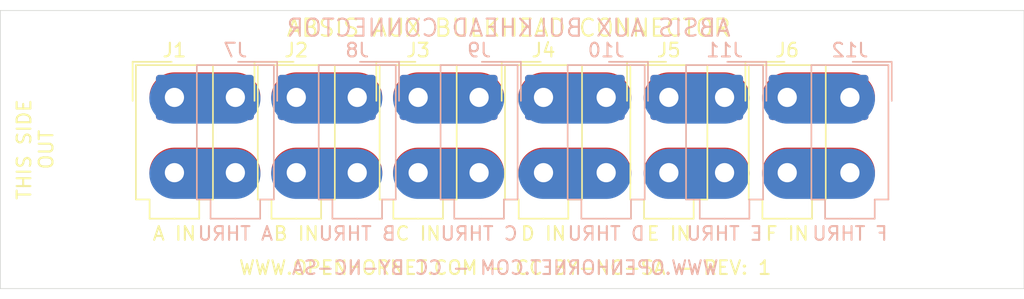
<source format=kicad_pcb>
(kicad_pcb (version 20171130) (host pcbnew "(5.1.9)-1")

  (general
    (thickness 1.6)
    (drawings 9)
    (tracks 24)
    (zones 0)
    (modules 16)
    (nets 13)
  )

  (page A4)
  (layers
    (0 F.Cu mixed)
    (31 B.Cu mixed)
    (32 B.Adhes user)
    (33 F.Adhes user)
    (34 B.Paste user)
    (35 F.Paste user)
    (36 B.SilkS user)
    (37 F.SilkS user)
    (38 B.Mask user)
    (39 F.Mask user)
    (40 Dwgs.User user)
    (41 Cmts.User user)
    (42 Eco1.User user)
    (43 Eco2.User user)
    (44 Edge.Cuts user)
    (45 Margin user)
    (46 B.CrtYd user)
    (47 F.CrtYd user)
    (48 B.Fab user)
    (49 F.Fab user)
  )

  (setup
    (last_trace_width 3.6576)
    (user_trace_width 3.6576)
    (trace_clearance 0.2)
    (zone_clearance 0.508)
    (zone_45_only no)
    (trace_min 0.2)
    (via_size 0.8)
    (via_drill 0.4)
    (via_min_size 0.4)
    (via_min_drill 0.3)
    (uvia_size 0.3)
    (uvia_drill 0.1)
    (uvias_allowed no)
    (uvia_min_size 0.2)
    (uvia_min_drill 0.1)
    (edge_width 0.05)
    (segment_width 0.2)
    (pcb_text_width 0.3)
    (pcb_text_size 1.5 1.5)
    (mod_edge_width 0.12)
    (mod_text_size 1 1)
    (mod_text_width 0.15)
    (pad_size 1.524 1.524)
    (pad_drill 0.762)
    (pad_to_mask_clearance 0)
    (aux_axis_origin 0 0)
    (grid_origin 104.14 60.96)
    (visible_elements 7FFFFFFF)
    (pcbplotparams
      (layerselection 0x010fc_ffffffff)
      (usegerberextensions false)
      (usegerberattributes true)
      (usegerberadvancedattributes true)
      (creategerberjobfile true)
      (excludeedgelayer true)
      (linewidth 0.100000)
      (plotframeref false)
      (viasonmask false)
      (mode 1)
      (useauxorigin false)
      (hpglpennumber 1)
      (hpglpenspeed 20)
      (hpglpendiameter 15.000000)
      (psnegative false)
      (psa4output false)
      (plotreference true)
      (plotvalue true)
      (plotinvisibletext false)
      (padsonsilk false)
      (subtractmaskfromsilk false)
      (outputformat 1)
      (mirror false)
      (drillshape 0)
      (scaleselection 1)
      (outputdirectory "gerbers"))
  )

  (net 0 "")
  (net 1 /A2)
  (net 2 /A1)
  (net 3 /B2)
  (net 4 /B1)
  (net 5 /C2)
  (net 6 /C1)
  (net 7 /D2)
  (net 8 /D1)
  (net 9 /E2)
  (net 10 /E1)
  (net 11 /F2)
  (net 12 /F1)

  (net_class Default "This is the default net class."
    (clearance 0.2)
    (trace_width 0.25)
    (via_dia 0.8)
    (via_drill 0.4)
    (uvia_dia 0.3)
    (uvia_drill 0.1)
    (add_net /A1)
    (add_net /A2)
    (add_net /B1)
    (add_net /B2)
    (add_net /C1)
    (add_net /C2)
    (add_net /D1)
    (add_net /D2)
    (add_net /E1)
    (add_net /E2)
    (add_net /F1)
    (add_net /F2)
  )

  (module Connector_Molex:Molex_Mini-Fit_Jr_5566-02A_2x01_P4.20mm_Vertical (layer B.Cu) (tedit 5B781992) (tstamp 619191DF)
    (at 161.036 62.23 180)
    (descr "Molex Mini-Fit Jr. Power Connectors, old mpn/engineering number: 5566-02A, example for new mpn: 39-28-x02x, 1 Pins per row, Mounting:  (http://www.molex.com/pdm_docs/sd/039281043_sd.pdf), generated with kicad-footprint-generator")
    (tags "connector Molex Mini-Fit_Jr side entry")
    (path /61922070)
    (fp_text reference J12 (at 0 3.45) (layer B.SilkS)
      (effects (font (size 1 1) (thickness 0.15)) (justify mirror))
    )
    (fp_text value "F THRU" (at 0 -9.95) (layer B.SilkS)
      (effects (font (size 1 1) (thickness 0.15)) (justify mirror))
    )
    (fp_line (start 3.2 2.75) (end -3.2 2.75) (layer B.CrtYd) (width 0.05))
    (fp_line (start 3.2 -9.25) (end 3.2 2.75) (layer B.CrtYd) (width 0.05))
    (fp_line (start -3.2 -9.25) (end 3.2 -9.25) (layer B.CrtYd) (width 0.05))
    (fp_line (start -3.2 2.75) (end -3.2 -9.25) (layer B.CrtYd) (width 0.05))
    (fp_line (start -3.05 2.6) (end -3.05 -0.25) (layer B.Fab) (width 0.1))
    (fp_line (start -0.2 2.6) (end -3.05 2.6) (layer B.Fab) (width 0.1))
    (fp_line (start -3.05 2.6) (end -3.05 -0.25) (layer B.SilkS) (width 0.12))
    (fp_line (start -0.2 2.6) (end -3.05 2.6) (layer B.SilkS) (width 0.12))
    (fp_line (start 1.81 -8.86) (end 0 -8.86) (layer B.SilkS) (width 0.12))
    (fp_line (start 1.81 -7.46) (end 1.81 -8.86) (layer B.SilkS) (width 0.12))
    (fp_line (start 2.81 -7.46) (end 1.81 -7.46) (layer B.SilkS) (width 0.12))
    (fp_line (start 2.81 2.36) (end 2.81 -7.46) (layer B.SilkS) (width 0.12))
    (fp_line (start 0 2.36) (end 2.81 2.36) (layer B.SilkS) (width 0.12))
    (fp_line (start -1.81 -8.86) (end 0 -8.86) (layer B.SilkS) (width 0.12))
    (fp_line (start -1.81 -7.46) (end -1.81 -8.86) (layer B.SilkS) (width 0.12))
    (fp_line (start -2.81 -7.46) (end -1.81 -7.46) (layer B.SilkS) (width 0.12))
    (fp_line (start -2.81 2.36) (end -2.81 -7.46) (layer B.SilkS) (width 0.12))
    (fp_line (start 0 2.36) (end -2.81 2.36) (layer B.SilkS) (width 0.12))
    (fp_line (start 1.65 -6.5) (end -1.65 -6.5) (layer B.Fab) (width 0.1))
    (fp_line (start 1.65 -4.025) (end 1.65 -6.5) (layer B.Fab) (width 0.1))
    (fp_line (start 0.825 -3.2) (end 1.65 -4.025) (layer B.Fab) (width 0.1))
    (fp_line (start -0.825 -3.2) (end 0.825 -3.2) (layer B.Fab) (width 0.1))
    (fp_line (start -1.65 -4.025) (end -0.825 -3.2) (layer B.Fab) (width 0.1))
    (fp_line (start -1.65 -6.5) (end -1.65 -4.025) (layer B.Fab) (width 0.1))
    (fp_line (start 1.65 1) (end -1.65 1) (layer B.Fab) (width 0.1))
    (fp_line (start 1.65 -2.3) (end 1.65 1) (layer B.Fab) (width 0.1))
    (fp_line (start -1.65 -2.3) (end 1.65 -2.3) (layer B.Fab) (width 0.1))
    (fp_line (start -1.65 1) (end -1.65 -2.3) (layer B.Fab) (width 0.1))
    (fp_line (start 1.7 -8.75) (end 1.7 -7.35) (layer B.Fab) (width 0.1))
    (fp_line (start -1.7 -8.75) (end 1.7 -8.75) (layer B.Fab) (width 0.1))
    (fp_line (start -1.7 -7.35) (end -1.7 -8.75) (layer B.Fab) (width 0.1))
    (fp_line (start 2.7 2.25) (end -2.7 2.25) (layer B.Fab) (width 0.1))
    (fp_line (start 2.7 -7.35) (end 2.7 2.25) (layer B.Fab) (width 0.1))
    (fp_line (start -2.7 -7.35) (end 2.7 -7.35) (layer B.Fab) (width 0.1))
    (fp_line (start -2.7 2.25) (end -2.7 -7.35) (layer B.Fab) (width 0.1))
    (fp_text user %R (at 0 1.55) (layer B.Fab)
      (effects (font (size 1 1) (thickness 0.15)) (justify mirror))
    )
    (pad 2 thru_hole oval (at 0 -5.5 180) (size 2.7 3.3) (drill 1.4) (layers *.Cu *.Mask)
      (net 11 /F2))
    (pad 1 thru_hole roundrect (at 0 0 180) (size 2.7 3.3) (drill 1.4) (layers *.Cu *.Mask) (roundrect_rratio 0.09259299999999999)
      (net 12 /F1))
    (model ${KISYS3DMOD}/Connector_Molex.3dshapes/Molex_Mini-Fit_Jr_5566-02A_2x01_P4.20mm_Vertical.wrl
      (at (xyz 0 0 0))
      (scale (xyz 1 1 1))
      (rotate (xyz 0 0 0))
    )
    (model ../../../lib/3D/039281023.stp
      (offset (xyz 0 -2.5 0))
      (scale (xyz 1 1 1))
      (rotate (xyz 90 180 0))
    )
  )

  (module Connector_Molex:Molex_Mini-Fit_Jr_5566-02A_2x01_P4.20mm_Vertical (layer B.Cu) (tedit 5B781992) (tstamp 6191AED3)
    (at 151.892 62.23 180)
    (descr "Molex Mini-Fit Jr. Power Connectors, old mpn/engineering number: 5566-02A, example for new mpn: 39-28-x02x, 1 Pins per row, Mounting:  (http://www.molex.com/pdm_docs/sd/039281043_sd.pdf), generated with kicad-footprint-generator")
    (tags "connector Molex Mini-Fit_Jr side entry")
    (path /6192206A)
    (fp_text reference J11 (at 0 3.45) (layer B.SilkS)
      (effects (font (size 1 1) (thickness 0.15)) (justify mirror))
    )
    (fp_text value "E THRU" (at 0 -9.95) (layer B.SilkS)
      (effects (font (size 1 1) (thickness 0.15)) (justify mirror))
    )
    (fp_line (start 3.2 2.75) (end -3.2 2.75) (layer B.CrtYd) (width 0.05))
    (fp_line (start 3.2 -9.25) (end 3.2 2.75) (layer B.CrtYd) (width 0.05))
    (fp_line (start -3.2 -9.25) (end 3.2 -9.25) (layer B.CrtYd) (width 0.05))
    (fp_line (start -3.2 2.75) (end -3.2 -9.25) (layer B.CrtYd) (width 0.05))
    (fp_line (start -3.05 2.6) (end -3.05 -0.25) (layer B.Fab) (width 0.1))
    (fp_line (start -0.2 2.6) (end -3.05 2.6) (layer B.Fab) (width 0.1))
    (fp_line (start -3.05 2.6) (end -3.05 -0.25) (layer B.SilkS) (width 0.12))
    (fp_line (start -0.2 2.6) (end -3.05 2.6) (layer B.SilkS) (width 0.12))
    (fp_line (start 1.81 -8.86) (end 0 -8.86) (layer B.SilkS) (width 0.12))
    (fp_line (start 1.81 -7.46) (end 1.81 -8.86) (layer B.SilkS) (width 0.12))
    (fp_line (start 2.81 -7.46) (end 1.81 -7.46) (layer B.SilkS) (width 0.12))
    (fp_line (start 2.81 2.36) (end 2.81 -7.46) (layer B.SilkS) (width 0.12))
    (fp_line (start 0 2.36) (end 2.81 2.36) (layer B.SilkS) (width 0.12))
    (fp_line (start -1.81 -8.86) (end 0 -8.86) (layer B.SilkS) (width 0.12))
    (fp_line (start -1.81 -7.46) (end -1.81 -8.86) (layer B.SilkS) (width 0.12))
    (fp_line (start -2.81 -7.46) (end -1.81 -7.46) (layer B.SilkS) (width 0.12))
    (fp_line (start -2.81 2.36) (end -2.81 -7.46) (layer B.SilkS) (width 0.12))
    (fp_line (start 0 2.36) (end -2.81 2.36) (layer B.SilkS) (width 0.12))
    (fp_line (start 1.65 -6.5) (end -1.65 -6.5) (layer B.Fab) (width 0.1))
    (fp_line (start 1.65 -4.025) (end 1.65 -6.5) (layer B.Fab) (width 0.1))
    (fp_line (start 0.825 -3.2) (end 1.65 -4.025) (layer B.Fab) (width 0.1))
    (fp_line (start -0.825 -3.2) (end 0.825 -3.2) (layer B.Fab) (width 0.1))
    (fp_line (start -1.65 -4.025) (end -0.825 -3.2) (layer B.Fab) (width 0.1))
    (fp_line (start -1.65 -6.5) (end -1.65 -4.025) (layer B.Fab) (width 0.1))
    (fp_line (start 1.65 1) (end -1.65 1) (layer B.Fab) (width 0.1))
    (fp_line (start 1.65 -2.3) (end 1.65 1) (layer B.Fab) (width 0.1))
    (fp_line (start -1.65 -2.3) (end 1.65 -2.3) (layer B.Fab) (width 0.1))
    (fp_line (start -1.65 1) (end -1.65 -2.3) (layer B.Fab) (width 0.1))
    (fp_line (start 1.7 -8.75) (end 1.7 -7.35) (layer B.Fab) (width 0.1))
    (fp_line (start -1.7 -8.75) (end 1.7 -8.75) (layer B.Fab) (width 0.1))
    (fp_line (start -1.7 -7.35) (end -1.7 -8.75) (layer B.Fab) (width 0.1))
    (fp_line (start 2.7 2.25) (end -2.7 2.25) (layer B.Fab) (width 0.1))
    (fp_line (start 2.7 -7.35) (end 2.7 2.25) (layer B.Fab) (width 0.1))
    (fp_line (start -2.7 -7.35) (end 2.7 -7.35) (layer B.Fab) (width 0.1))
    (fp_line (start -2.7 2.25) (end -2.7 -7.35) (layer B.Fab) (width 0.1))
    (fp_text user %R (at 0 1.55) (layer B.Fab)
      (effects (font (size 1 1) (thickness 0.15)) (justify mirror))
    )
    (pad 2 thru_hole oval (at 0 -5.5 180) (size 2.7 3.3) (drill 1.4) (layers *.Cu *.Mask)
      (net 9 /E2))
    (pad 1 thru_hole roundrect (at 0 0 180) (size 2.7 3.3) (drill 1.4) (layers *.Cu *.Mask) (roundrect_rratio 0.09259299999999999)
      (net 10 /E1))
    (model ${KISYS3DMOD}/Connector_Molex.3dshapes/Molex_Mini-Fit_Jr_5566-02A_2x01_P4.20mm_Vertical.wrl
      (at (xyz 0 0 0))
      (scale (xyz 1 1 1))
      (rotate (xyz 0 0 0))
    )
    (model ../../../lib/3D/039281023.stp
      (offset (xyz 0 -2.5 0))
      (scale (xyz 1 1 1))
      (rotate (xyz 90 180 0))
    )
  )

  (module Connector_Molex:Molex_Mini-Fit_Jr_5566-02A_2x01_P4.20mm_Vertical (layer B.Cu) (tedit 5B781992) (tstamp 6191AC65)
    (at 143.256 62.23 180)
    (descr "Molex Mini-Fit Jr. Power Connectors, old mpn/engineering number: 5566-02A, example for new mpn: 39-28-x02x, 1 Pins per row, Mounting:  (http://www.molex.com/pdm_docs/sd/039281043_sd.pdf), generated with kicad-footprint-generator")
    (tags "connector Molex Mini-Fit_Jr side entry")
    (path /61922064)
    (fp_text reference J10 (at 0 3.45) (layer B.SilkS)
      (effects (font (size 1 1) (thickness 0.15)) (justify mirror))
    )
    (fp_text value "D THRU" (at 0 -9.95) (layer B.SilkS)
      (effects (font (size 1 1) (thickness 0.15)) (justify mirror))
    )
    (fp_line (start 3.2 2.75) (end -3.2 2.75) (layer B.CrtYd) (width 0.05))
    (fp_line (start 3.2 -9.25) (end 3.2 2.75) (layer B.CrtYd) (width 0.05))
    (fp_line (start -3.2 -9.25) (end 3.2 -9.25) (layer B.CrtYd) (width 0.05))
    (fp_line (start -3.2 2.75) (end -3.2 -9.25) (layer B.CrtYd) (width 0.05))
    (fp_line (start -3.05 2.6) (end -3.05 -0.25) (layer B.Fab) (width 0.1))
    (fp_line (start -0.2 2.6) (end -3.05 2.6) (layer B.Fab) (width 0.1))
    (fp_line (start -3.05 2.6) (end -3.05 -0.25) (layer B.SilkS) (width 0.12))
    (fp_line (start -0.2 2.6) (end -3.05 2.6) (layer B.SilkS) (width 0.12))
    (fp_line (start 1.81 -8.86) (end 0 -8.86) (layer B.SilkS) (width 0.12))
    (fp_line (start 1.81 -7.46) (end 1.81 -8.86) (layer B.SilkS) (width 0.12))
    (fp_line (start 2.81 -7.46) (end 1.81 -7.46) (layer B.SilkS) (width 0.12))
    (fp_line (start 2.81 2.36) (end 2.81 -7.46) (layer B.SilkS) (width 0.12))
    (fp_line (start 0 2.36) (end 2.81 2.36) (layer B.SilkS) (width 0.12))
    (fp_line (start -1.81 -8.86) (end 0 -8.86) (layer B.SilkS) (width 0.12))
    (fp_line (start -1.81 -7.46) (end -1.81 -8.86) (layer B.SilkS) (width 0.12))
    (fp_line (start -2.81 -7.46) (end -1.81 -7.46) (layer B.SilkS) (width 0.12))
    (fp_line (start -2.81 2.36) (end -2.81 -7.46) (layer B.SilkS) (width 0.12))
    (fp_line (start 0 2.36) (end -2.81 2.36) (layer B.SilkS) (width 0.12))
    (fp_line (start 1.65 -6.5) (end -1.65 -6.5) (layer B.Fab) (width 0.1))
    (fp_line (start 1.65 -4.025) (end 1.65 -6.5) (layer B.Fab) (width 0.1))
    (fp_line (start 0.825 -3.2) (end 1.65 -4.025) (layer B.Fab) (width 0.1))
    (fp_line (start -0.825 -3.2) (end 0.825 -3.2) (layer B.Fab) (width 0.1))
    (fp_line (start -1.65 -4.025) (end -0.825 -3.2) (layer B.Fab) (width 0.1))
    (fp_line (start -1.65 -6.5) (end -1.65 -4.025) (layer B.Fab) (width 0.1))
    (fp_line (start 1.65 1) (end -1.65 1) (layer B.Fab) (width 0.1))
    (fp_line (start 1.65 -2.3) (end 1.65 1) (layer B.Fab) (width 0.1))
    (fp_line (start -1.65 -2.3) (end 1.65 -2.3) (layer B.Fab) (width 0.1))
    (fp_line (start -1.65 1) (end -1.65 -2.3) (layer B.Fab) (width 0.1))
    (fp_line (start 1.7 -8.75) (end 1.7 -7.35) (layer B.Fab) (width 0.1))
    (fp_line (start -1.7 -8.75) (end 1.7 -8.75) (layer B.Fab) (width 0.1))
    (fp_line (start -1.7 -7.35) (end -1.7 -8.75) (layer B.Fab) (width 0.1))
    (fp_line (start 2.7 2.25) (end -2.7 2.25) (layer B.Fab) (width 0.1))
    (fp_line (start 2.7 -7.35) (end 2.7 2.25) (layer B.Fab) (width 0.1))
    (fp_line (start -2.7 -7.35) (end 2.7 -7.35) (layer B.Fab) (width 0.1))
    (fp_line (start -2.7 2.25) (end -2.7 -7.35) (layer B.Fab) (width 0.1))
    (fp_text user %R (at 0 1.55) (layer B.Fab)
      (effects (font (size 1 1) (thickness 0.15)) (justify mirror))
    )
    (pad 2 thru_hole oval (at 0 -5.5 180) (size 2.7 3.3) (drill 1.4) (layers *.Cu *.Mask)
      (net 7 /D2))
    (pad 1 thru_hole roundrect (at 0 0 180) (size 2.7 3.3) (drill 1.4) (layers *.Cu *.Mask) (roundrect_rratio 0.09259299999999999)
      (net 8 /D1))
    (model ${KISYS3DMOD}/Connector_Molex.3dshapes/Molex_Mini-Fit_Jr_5566-02A_2x01_P4.20mm_Vertical.wrl
      (at (xyz 0 0 0))
      (scale (xyz 1 1 1))
      (rotate (xyz 0 0 0))
    )
    (model ../../../lib/3D/039281023.stp
      (offset (xyz 0 -2.5 0))
      (scale (xyz 1 1 1))
      (rotate (xyz 90 180 0))
    )
  )

  (module Connector_Molex:Molex_Mini-Fit_Jr_5566-02A_2x01_P4.20mm_Vertical (layer B.Cu) (tedit 5B781992) (tstamp 61919161)
    (at 133.985 62.23 180)
    (descr "Molex Mini-Fit Jr. Power Connectors, old mpn/engineering number: 5566-02A, example for new mpn: 39-28-x02x, 1 Pins per row, Mounting:  (http://www.molex.com/pdm_docs/sd/039281043_sd.pdf), generated with kicad-footprint-generator")
    (tags "connector Molex Mini-Fit_Jr side entry")
    (path /6192205E)
    (fp_text reference J9 (at 0 3.45) (layer B.SilkS)
      (effects (font (size 1 1) (thickness 0.15)) (justify mirror))
    )
    (fp_text value "C THRU" (at 0 -9.95) (layer B.SilkS)
      (effects (font (size 1 1) (thickness 0.15)) (justify mirror))
    )
    (fp_line (start 3.2 2.75) (end -3.2 2.75) (layer B.CrtYd) (width 0.05))
    (fp_line (start 3.2 -9.25) (end 3.2 2.75) (layer B.CrtYd) (width 0.05))
    (fp_line (start -3.2 -9.25) (end 3.2 -9.25) (layer B.CrtYd) (width 0.05))
    (fp_line (start -3.2 2.75) (end -3.2 -9.25) (layer B.CrtYd) (width 0.05))
    (fp_line (start -3.05 2.6) (end -3.05 -0.25) (layer B.Fab) (width 0.1))
    (fp_line (start -0.2 2.6) (end -3.05 2.6) (layer B.Fab) (width 0.1))
    (fp_line (start -3.05 2.6) (end -3.05 -0.25) (layer B.SilkS) (width 0.12))
    (fp_line (start -0.2 2.6) (end -3.05 2.6) (layer B.SilkS) (width 0.12))
    (fp_line (start 1.81 -8.86) (end 0 -8.86) (layer B.SilkS) (width 0.12))
    (fp_line (start 1.81 -7.46) (end 1.81 -8.86) (layer B.SilkS) (width 0.12))
    (fp_line (start 2.81 -7.46) (end 1.81 -7.46) (layer B.SilkS) (width 0.12))
    (fp_line (start 2.81 2.36) (end 2.81 -7.46) (layer B.SilkS) (width 0.12))
    (fp_line (start 0 2.36) (end 2.81 2.36) (layer B.SilkS) (width 0.12))
    (fp_line (start -1.81 -8.86) (end 0 -8.86) (layer B.SilkS) (width 0.12))
    (fp_line (start -1.81 -7.46) (end -1.81 -8.86) (layer B.SilkS) (width 0.12))
    (fp_line (start -2.81 -7.46) (end -1.81 -7.46) (layer B.SilkS) (width 0.12))
    (fp_line (start -2.81 2.36) (end -2.81 -7.46) (layer B.SilkS) (width 0.12))
    (fp_line (start 0 2.36) (end -2.81 2.36) (layer B.SilkS) (width 0.12))
    (fp_line (start 1.65 -6.5) (end -1.65 -6.5) (layer B.Fab) (width 0.1))
    (fp_line (start 1.65 -4.025) (end 1.65 -6.5) (layer B.Fab) (width 0.1))
    (fp_line (start 0.825 -3.2) (end 1.65 -4.025) (layer B.Fab) (width 0.1))
    (fp_line (start -0.825 -3.2) (end 0.825 -3.2) (layer B.Fab) (width 0.1))
    (fp_line (start -1.65 -4.025) (end -0.825 -3.2) (layer B.Fab) (width 0.1))
    (fp_line (start -1.65 -6.5) (end -1.65 -4.025) (layer B.Fab) (width 0.1))
    (fp_line (start 1.65 1) (end -1.65 1) (layer B.Fab) (width 0.1))
    (fp_line (start 1.65 -2.3) (end 1.65 1) (layer B.Fab) (width 0.1))
    (fp_line (start -1.65 -2.3) (end 1.65 -2.3) (layer B.Fab) (width 0.1))
    (fp_line (start -1.65 1) (end -1.65 -2.3) (layer B.Fab) (width 0.1))
    (fp_line (start 1.7 -8.75) (end 1.7 -7.35) (layer B.Fab) (width 0.1))
    (fp_line (start -1.7 -8.75) (end 1.7 -8.75) (layer B.Fab) (width 0.1))
    (fp_line (start -1.7 -7.35) (end -1.7 -8.75) (layer B.Fab) (width 0.1))
    (fp_line (start 2.7 2.25) (end -2.7 2.25) (layer B.Fab) (width 0.1))
    (fp_line (start 2.7 -7.35) (end 2.7 2.25) (layer B.Fab) (width 0.1))
    (fp_line (start -2.7 -7.35) (end 2.7 -7.35) (layer B.Fab) (width 0.1))
    (fp_line (start -2.7 2.25) (end -2.7 -7.35) (layer B.Fab) (width 0.1))
    (fp_text user %R (at 0 1.55) (layer B.Fab)
      (effects (font (size 1 1) (thickness 0.15)) (justify mirror))
    )
    (pad 2 thru_hole oval (at 0 -5.5 180) (size 2.7 3.3) (drill 1.4) (layers *.Cu *.Mask)
      (net 5 /C2))
    (pad 1 thru_hole roundrect (at 0 0 180) (size 2.7 3.3) (drill 1.4) (layers *.Cu *.Mask) (roundrect_rratio 0.09259299999999999)
      (net 6 /C1))
    (model ${KISYS3DMOD}/Connector_Molex.3dshapes/Molex_Mini-Fit_Jr_5566-02A_2x01_P4.20mm_Vertical.wrl
      (at (xyz 0 0 0))
      (scale (xyz 1 1 1))
      (rotate (xyz 0 0 0))
    )
    (model ../../../lib/3D/039281023.stp
      (offset (xyz 0 -2.5 0))
      (scale (xyz 1 1 1))
      (rotate (xyz 90 180 0))
    )
  )

  (module Connector_Molex:Molex_Mini-Fit_Jr_5566-02A_2x01_P4.20mm_Vertical (layer B.Cu) (tedit 5B781992) (tstamp 61919137)
    (at 125.095 62.23 180)
    (descr "Molex Mini-Fit Jr. Power Connectors, old mpn/engineering number: 5566-02A, example for new mpn: 39-28-x02x, 1 Pins per row, Mounting:  (http://www.molex.com/pdm_docs/sd/039281043_sd.pdf), generated with kicad-footprint-generator")
    (tags "connector Molex Mini-Fit_Jr side entry")
    (path /61922058)
    (fp_text reference J8 (at 0 3.45) (layer B.SilkS)
      (effects (font (size 1 1) (thickness 0.15)) (justify mirror))
    )
    (fp_text value "B THRU" (at 0 -9.95) (layer B.SilkS)
      (effects (font (size 1 1) (thickness 0.15)) (justify mirror))
    )
    (fp_line (start 3.2 2.75) (end -3.2 2.75) (layer B.CrtYd) (width 0.05))
    (fp_line (start 3.2 -9.25) (end 3.2 2.75) (layer B.CrtYd) (width 0.05))
    (fp_line (start -3.2 -9.25) (end 3.2 -9.25) (layer B.CrtYd) (width 0.05))
    (fp_line (start -3.2 2.75) (end -3.2 -9.25) (layer B.CrtYd) (width 0.05))
    (fp_line (start -3.05 2.6) (end -3.05 -0.25) (layer B.Fab) (width 0.1))
    (fp_line (start -0.2 2.6) (end -3.05 2.6) (layer B.Fab) (width 0.1))
    (fp_line (start -3.05 2.6) (end -3.05 -0.25) (layer B.SilkS) (width 0.12))
    (fp_line (start -0.2 2.6) (end -3.05 2.6) (layer B.SilkS) (width 0.12))
    (fp_line (start 1.81 -8.86) (end 0 -8.86) (layer B.SilkS) (width 0.12))
    (fp_line (start 1.81 -7.46) (end 1.81 -8.86) (layer B.SilkS) (width 0.12))
    (fp_line (start 2.81 -7.46) (end 1.81 -7.46) (layer B.SilkS) (width 0.12))
    (fp_line (start 2.81 2.36) (end 2.81 -7.46) (layer B.SilkS) (width 0.12))
    (fp_line (start 0 2.36) (end 2.81 2.36) (layer B.SilkS) (width 0.12))
    (fp_line (start -1.81 -8.86) (end 0 -8.86) (layer B.SilkS) (width 0.12))
    (fp_line (start -1.81 -7.46) (end -1.81 -8.86) (layer B.SilkS) (width 0.12))
    (fp_line (start -2.81 -7.46) (end -1.81 -7.46) (layer B.SilkS) (width 0.12))
    (fp_line (start -2.81 2.36) (end -2.81 -7.46) (layer B.SilkS) (width 0.12))
    (fp_line (start 0 2.36) (end -2.81 2.36) (layer B.SilkS) (width 0.12))
    (fp_line (start 1.65 -6.5) (end -1.65 -6.5) (layer B.Fab) (width 0.1))
    (fp_line (start 1.65 -4.025) (end 1.65 -6.5) (layer B.Fab) (width 0.1))
    (fp_line (start 0.825 -3.2) (end 1.65 -4.025) (layer B.Fab) (width 0.1))
    (fp_line (start -0.825 -3.2) (end 0.825 -3.2) (layer B.Fab) (width 0.1))
    (fp_line (start -1.65 -4.025) (end -0.825 -3.2) (layer B.Fab) (width 0.1))
    (fp_line (start -1.65 -6.5) (end -1.65 -4.025) (layer B.Fab) (width 0.1))
    (fp_line (start 1.65 1) (end -1.65 1) (layer B.Fab) (width 0.1))
    (fp_line (start 1.65 -2.3) (end 1.65 1) (layer B.Fab) (width 0.1))
    (fp_line (start -1.65 -2.3) (end 1.65 -2.3) (layer B.Fab) (width 0.1))
    (fp_line (start -1.65 1) (end -1.65 -2.3) (layer B.Fab) (width 0.1))
    (fp_line (start 1.7 -8.75) (end 1.7 -7.35) (layer B.Fab) (width 0.1))
    (fp_line (start -1.7 -8.75) (end 1.7 -8.75) (layer B.Fab) (width 0.1))
    (fp_line (start -1.7 -7.35) (end -1.7 -8.75) (layer B.Fab) (width 0.1))
    (fp_line (start 2.7 2.25) (end -2.7 2.25) (layer B.Fab) (width 0.1))
    (fp_line (start 2.7 -7.35) (end 2.7 2.25) (layer B.Fab) (width 0.1))
    (fp_line (start -2.7 -7.35) (end 2.7 -7.35) (layer B.Fab) (width 0.1))
    (fp_line (start -2.7 2.25) (end -2.7 -7.35) (layer B.Fab) (width 0.1))
    (fp_text user %R (at 0 1.55) (layer B.Fab)
      (effects (font (size 1 1) (thickness 0.15)) (justify mirror))
    )
    (pad 2 thru_hole oval (at 0 -5.5 180) (size 2.7 3.3) (drill 1.4) (layers *.Cu *.Mask)
      (net 3 /B2))
    (pad 1 thru_hole roundrect (at 0 0 180) (size 2.7 3.3) (drill 1.4) (layers *.Cu *.Mask) (roundrect_rratio 0.09259299999999999)
      (net 4 /B1))
    (model ${KISYS3DMOD}/Connector_Molex.3dshapes/Molex_Mini-Fit_Jr_5566-02A_2x01_P4.20mm_Vertical.wrl
      (at (xyz 0 0 0))
      (scale (xyz 1 1 1))
      (rotate (xyz 0 0 0))
    )
    (model ../../../lib/3D/039281023.stp
      (offset (xyz 0 -2.5 0))
      (scale (xyz 1 1 1))
      (rotate (xyz 90 180 0))
    )
  )

  (module Connector_Molex:Molex_Mini-Fit_Jr_5566-02A_2x01_P4.20mm_Vertical (layer B.Cu) (tedit 5B781992) (tstamp 6191910D)
    (at 116.205 62.23 180)
    (descr "Molex Mini-Fit Jr. Power Connectors, old mpn/engineering number: 5566-02A, example for new mpn: 39-28-x02x, 1 Pins per row, Mounting:  (http://www.molex.com/pdm_docs/sd/039281043_sd.pdf), generated with kicad-footprint-generator")
    (tags "connector Molex Mini-Fit_Jr side entry")
    (path /61922052)
    (fp_text reference J7 (at 0 3.45) (layer B.SilkS)
      (effects (font (size 1 1) (thickness 0.15)) (justify mirror))
    )
    (fp_text value "A THRU" (at 0 -9.95) (layer B.SilkS)
      (effects (font (size 1 1) (thickness 0.15)) (justify mirror))
    )
    (fp_line (start 3.2 2.75) (end -3.2 2.75) (layer B.CrtYd) (width 0.05))
    (fp_line (start 3.2 -9.25) (end 3.2 2.75) (layer B.CrtYd) (width 0.05))
    (fp_line (start -3.2 -9.25) (end 3.2 -9.25) (layer B.CrtYd) (width 0.05))
    (fp_line (start -3.2 2.75) (end -3.2 -9.25) (layer B.CrtYd) (width 0.05))
    (fp_line (start -3.05 2.6) (end -3.05 -0.25) (layer B.Fab) (width 0.1))
    (fp_line (start -0.2 2.6) (end -3.05 2.6) (layer B.Fab) (width 0.1))
    (fp_line (start -3.05 2.6) (end -3.05 -0.25) (layer B.SilkS) (width 0.12))
    (fp_line (start -0.2 2.6) (end -3.05 2.6) (layer B.SilkS) (width 0.12))
    (fp_line (start 1.81 -8.86) (end 0 -8.86) (layer B.SilkS) (width 0.12))
    (fp_line (start 1.81 -7.46) (end 1.81 -8.86) (layer B.SilkS) (width 0.12))
    (fp_line (start 2.81 -7.46) (end 1.81 -7.46) (layer B.SilkS) (width 0.12))
    (fp_line (start 2.81 2.36) (end 2.81 -7.46) (layer B.SilkS) (width 0.12))
    (fp_line (start 0 2.36) (end 2.81 2.36) (layer B.SilkS) (width 0.12))
    (fp_line (start -1.81 -8.86) (end 0 -8.86) (layer B.SilkS) (width 0.12))
    (fp_line (start -1.81 -7.46) (end -1.81 -8.86) (layer B.SilkS) (width 0.12))
    (fp_line (start -2.81 -7.46) (end -1.81 -7.46) (layer B.SilkS) (width 0.12))
    (fp_line (start -2.81 2.36) (end -2.81 -7.46) (layer B.SilkS) (width 0.12))
    (fp_line (start 0 2.36) (end -2.81 2.36) (layer B.SilkS) (width 0.12))
    (fp_line (start 1.65 -6.5) (end -1.65 -6.5) (layer B.Fab) (width 0.1))
    (fp_line (start 1.65 -4.025) (end 1.65 -6.5) (layer B.Fab) (width 0.1))
    (fp_line (start 0.825 -3.2) (end 1.65 -4.025) (layer B.Fab) (width 0.1))
    (fp_line (start -0.825 -3.2) (end 0.825 -3.2) (layer B.Fab) (width 0.1))
    (fp_line (start -1.65 -4.025) (end -0.825 -3.2) (layer B.Fab) (width 0.1))
    (fp_line (start -1.65 -6.5) (end -1.65 -4.025) (layer B.Fab) (width 0.1))
    (fp_line (start 1.65 1) (end -1.65 1) (layer B.Fab) (width 0.1))
    (fp_line (start 1.65 -2.3) (end 1.65 1) (layer B.Fab) (width 0.1))
    (fp_line (start -1.65 -2.3) (end 1.65 -2.3) (layer B.Fab) (width 0.1))
    (fp_line (start -1.65 1) (end -1.65 -2.3) (layer B.Fab) (width 0.1))
    (fp_line (start 1.7 -8.75) (end 1.7 -7.35) (layer B.Fab) (width 0.1))
    (fp_line (start -1.7 -8.75) (end 1.7 -8.75) (layer B.Fab) (width 0.1))
    (fp_line (start -1.7 -7.35) (end -1.7 -8.75) (layer B.Fab) (width 0.1))
    (fp_line (start 2.7 2.25) (end -2.7 2.25) (layer B.Fab) (width 0.1))
    (fp_line (start 2.7 -7.35) (end 2.7 2.25) (layer B.Fab) (width 0.1))
    (fp_line (start -2.7 -7.35) (end 2.7 -7.35) (layer B.Fab) (width 0.1))
    (fp_line (start -2.7 2.25) (end -2.7 -7.35) (layer B.Fab) (width 0.1))
    (fp_text user %R (at 0 1.55) (layer B.Fab)
      (effects (font (size 1 1) (thickness 0.15)) (justify mirror))
    )
    (pad 2 thru_hole oval (at 0 -5.5 180) (size 2.7 3.3) (drill 1.4) (layers *.Cu *.Mask)
      (net 1 /A2))
    (pad 1 thru_hole roundrect (at 0 0 180) (size 2.7 3.3) (drill 1.4) (layers *.Cu *.Mask) (roundrect_rratio 0.09259299999999999)
      (net 2 /A1))
    (model ${KISYS3DMOD}/Connector_Molex.3dshapes/Molex_Mini-Fit_Jr_5566-02A_2x01_P4.20mm_Vertical.wrl
      (at (xyz 0 0 0))
      (scale (xyz 1 1 1))
      (rotate (xyz 0 0 0))
    )
    (model ../../../lib/3D/039281023.stp
      (offset (xyz 0 -2.5 0))
      (scale (xyz 1 1 1))
      (rotate (xyz 90 180 0))
    )
  )

  (module Connector_Molex:Molex_Mini-Fit_Jr_5566-02A_2x01_P4.20mm_Vertical (layer F.Cu) (tedit 5B781992) (tstamp 619190E3)
    (at 156.464 62.23)
    (descr "Molex Mini-Fit Jr. Power Connectors, old mpn/engineering number: 5566-02A, example for new mpn: 39-28-x02x, 1 Pins per row, Mounting:  (http://www.molex.com/pdm_docs/sd/039281043_sd.pdf), generated with kicad-footprint-generator")
    (tags "connector Molex Mini-Fit_Jr side entry")
    (path /6191A4FA)
    (fp_text reference J6 (at 0 -3.45) (layer F.SilkS)
      (effects (font (size 1 1) (thickness 0.15)))
    )
    (fp_text value "F IN" (at 0 9.95) (layer F.SilkS)
      (effects (font (size 1 1) (thickness 0.15)))
    )
    (fp_line (start 3.2 -2.75) (end -3.2 -2.75) (layer F.CrtYd) (width 0.05))
    (fp_line (start 3.2 9.25) (end 3.2 -2.75) (layer F.CrtYd) (width 0.05))
    (fp_line (start -3.2 9.25) (end 3.2 9.25) (layer F.CrtYd) (width 0.05))
    (fp_line (start -3.2 -2.75) (end -3.2 9.25) (layer F.CrtYd) (width 0.05))
    (fp_line (start -3.05 -2.6) (end -3.05 0.25) (layer F.Fab) (width 0.1))
    (fp_line (start -0.2 -2.6) (end -3.05 -2.6) (layer F.Fab) (width 0.1))
    (fp_line (start -3.05 -2.6) (end -3.05 0.25) (layer F.SilkS) (width 0.12))
    (fp_line (start -0.2 -2.6) (end -3.05 -2.6) (layer F.SilkS) (width 0.12))
    (fp_line (start 1.81 8.86) (end 0 8.86) (layer F.SilkS) (width 0.12))
    (fp_line (start 1.81 7.46) (end 1.81 8.86) (layer F.SilkS) (width 0.12))
    (fp_line (start 2.81 7.46) (end 1.81 7.46) (layer F.SilkS) (width 0.12))
    (fp_line (start 2.81 -2.36) (end 2.81 7.46) (layer F.SilkS) (width 0.12))
    (fp_line (start 0 -2.36) (end 2.81 -2.36) (layer F.SilkS) (width 0.12))
    (fp_line (start -1.81 8.86) (end 0 8.86) (layer F.SilkS) (width 0.12))
    (fp_line (start -1.81 7.46) (end -1.81 8.86) (layer F.SilkS) (width 0.12))
    (fp_line (start -2.81 7.46) (end -1.81 7.46) (layer F.SilkS) (width 0.12))
    (fp_line (start -2.81 -2.36) (end -2.81 7.46) (layer F.SilkS) (width 0.12))
    (fp_line (start 0 -2.36) (end -2.81 -2.36) (layer F.SilkS) (width 0.12))
    (fp_line (start 1.65 6.5) (end -1.65 6.5) (layer F.Fab) (width 0.1))
    (fp_line (start 1.65 4.025) (end 1.65 6.5) (layer F.Fab) (width 0.1))
    (fp_line (start 0.825 3.2) (end 1.65 4.025) (layer F.Fab) (width 0.1))
    (fp_line (start -0.825 3.2) (end 0.825 3.2) (layer F.Fab) (width 0.1))
    (fp_line (start -1.65 4.025) (end -0.825 3.2) (layer F.Fab) (width 0.1))
    (fp_line (start -1.65 6.5) (end -1.65 4.025) (layer F.Fab) (width 0.1))
    (fp_line (start 1.65 -1) (end -1.65 -1) (layer F.Fab) (width 0.1))
    (fp_line (start 1.65 2.3) (end 1.65 -1) (layer F.Fab) (width 0.1))
    (fp_line (start -1.65 2.3) (end 1.65 2.3) (layer F.Fab) (width 0.1))
    (fp_line (start -1.65 -1) (end -1.65 2.3) (layer F.Fab) (width 0.1))
    (fp_line (start 1.7 8.75) (end 1.7 7.35) (layer F.Fab) (width 0.1))
    (fp_line (start -1.7 8.75) (end 1.7 8.75) (layer F.Fab) (width 0.1))
    (fp_line (start -1.7 7.35) (end -1.7 8.75) (layer F.Fab) (width 0.1))
    (fp_line (start 2.7 -2.25) (end -2.7 -2.25) (layer F.Fab) (width 0.1))
    (fp_line (start 2.7 7.35) (end 2.7 -2.25) (layer F.Fab) (width 0.1))
    (fp_line (start -2.7 7.35) (end 2.7 7.35) (layer F.Fab) (width 0.1))
    (fp_line (start -2.7 -2.25) (end -2.7 7.35) (layer F.Fab) (width 0.1))
    (fp_text user %R (at 0 -1.55) (layer F.Fab)
      (effects (font (size 1 1) (thickness 0.15)))
    )
    (pad 2 thru_hole oval (at 0 5.5) (size 2.7 3.3) (drill 1.4) (layers *.Cu *.Mask)
      (net 11 /F2))
    (pad 1 thru_hole roundrect (at 0 0) (size 2.7 3.3) (drill 1.4) (layers *.Cu *.Mask) (roundrect_rratio 0.09259299999999999)
      (net 12 /F1))
    (model ${KISYS3DMOD}/Connector_Molex.3dshapes/Molex_Mini-Fit_Jr_5566-02A_2x01_P4.20mm_Vertical.wrl
      (at (xyz 0 0 0))
      (scale (xyz 1 1 1))
      (rotate (xyz 90 -180 0))
    )
    (model ../../../lib/3D/039281023.stp
      (offset (xyz 0 -2.5 0))
      (scale (xyz 1 1 1))
      (rotate (xyz 90 180 0))
    )
  )

  (module Connector_Molex:Molex_Mini-Fit_Jr_5566-02A_2x01_P4.20mm_Vertical (layer F.Cu) (tedit 5B781992) (tstamp 619190B9)
    (at 147.828 62.23)
    (descr "Molex Mini-Fit Jr. Power Connectors, old mpn/engineering number: 5566-02A, example for new mpn: 39-28-x02x, 1 Pins per row, Mounting:  (http://www.molex.com/pdm_docs/sd/039281043_sd.pdf), generated with kicad-footprint-generator")
    (tags "connector Molex Mini-Fit_Jr side entry")
    (path /6191A19B)
    (fp_text reference J5 (at 0 -3.45) (layer F.SilkS)
      (effects (font (size 1 1) (thickness 0.15)))
    )
    (fp_text value "E IN" (at 0 9.95) (layer F.SilkS)
      (effects (font (size 1 1) (thickness 0.15)))
    )
    (fp_line (start 3.2 -2.75) (end -3.2 -2.75) (layer F.CrtYd) (width 0.05))
    (fp_line (start 3.2 9.25) (end 3.2 -2.75) (layer F.CrtYd) (width 0.05))
    (fp_line (start -3.2 9.25) (end 3.2 9.25) (layer F.CrtYd) (width 0.05))
    (fp_line (start -3.2 -2.75) (end -3.2 9.25) (layer F.CrtYd) (width 0.05))
    (fp_line (start -3.05 -2.6) (end -3.05 0.25) (layer F.Fab) (width 0.1))
    (fp_line (start -0.2 -2.6) (end -3.05 -2.6) (layer F.Fab) (width 0.1))
    (fp_line (start -3.05 -2.6) (end -3.05 0.25) (layer F.SilkS) (width 0.12))
    (fp_line (start -0.2 -2.6) (end -3.05 -2.6) (layer F.SilkS) (width 0.12))
    (fp_line (start 1.81 8.86) (end 0 8.86) (layer F.SilkS) (width 0.12))
    (fp_line (start 1.81 7.46) (end 1.81 8.86) (layer F.SilkS) (width 0.12))
    (fp_line (start 2.81 7.46) (end 1.81 7.46) (layer F.SilkS) (width 0.12))
    (fp_line (start 2.81 -2.36) (end 2.81 7.46) (layer F.SilkS) (width 0.12))
    (fp_line (start 0 -2.36) (end 2.81 -2.36) (layer F.SilkS) (width 0.12))
    (fp_line (start -1.81 8.86) (end 0 8.86) (layer F.SilkS) (width 0.12))
    (fp_line (start -1.81 7.46) (end -1.81 8.86) (layer F.SilkS) (width 0.12))
    (fp_line (start -2.81 7.46) (end -1.81 7.46) (layer F.SilkS) (width 0.12))
    (fp_line (start -2.81 -2.36) (end -2.81 7.46) (layer F.SilkS) (width 0.12))
    (fp_line (start 0 -2.36) (end -2.81 -2.36) (layer F.SilkS) (width 0.12))
    (fp_line (start 1.65 6.5) (end -1.65 6.5) (layer F.Fab) (width 0.1))
    (fp_line (start 1.65 4.025) (end 1.65 6.5) (layer F.Fab) (width 0.1))
    (fp_line (start 0.825 3.2) (end 1.65 4.025) (layer F.Fab) (width 0.1))
    (fp_line (start -0.825 3.2) (end 0.825 3.2) (layer F.Fab) (width 0.1))
    (fp_line (start -1.65 4.025) (end -0.825 3.2) (layer F.Fab) (width 0.1))
    (fp_line (start -1.65 6.5) (end -1.65 4.025) (layer F.Fab) (width 0.1))
    (fp_line (start 1.65 -1) (end -1.65 -1) (layer F.Fab) (width 0.1))
    (fp_line (start 1.65 2.3) (end 1.65 -1) (layer F.Fab) (width 0.1))
    (fp_line (start -1.65 2.3) (end 1.65 2.3) (layer F.Fab) (width 0.1))
    (fp_line (start -1.65 -1) (end -1.65 2.3) (layer F.Fab) (width 0.1))
    (fp_line (start 1.7 8.75) (end 1.7 7.35) (layer F.Fab) (width 0.1))
    (fp_line (start -1.7 8.75) (end 1.7 8.75) (layer F.Fab) (width 0.1))
    (fp_line (start -1.7 7.35) (end -1.7 8.75) (layer F.Fab) (width 0.1))
    (fp_line (start 2.7 -2.25) (end -2.7 -2.25) (layer F.Fab) (width 0.1))
    (fp_line (start 2.7 7.35) (end 2.7 -2.25) (layer F.Fab) (width 0.1))
    (fp_line (start -2.7 7.35) (end 2.7 7.35) (layer F.Fab) (width 0.1))
    (fp_line (start -2.7 -2.25) (end -2.7 7.35) (layer F.Fab) (width 0.1))
    (fp_text user %R (at 0 -1.55) (layer F.Fab)
      (effects (font (size 1 1) (thickness 0.15)))
    )
    (pad 2 thru_hole oval (at 0 5.5) (size 2.7 3.3) (drill 1.4) (layers *.Cu *.Mask)
      (net 9 /E2))
    (pad 1 thru_hole roundrect (at 0 0) (size 2.7 3.3) (drill 1.4) (layers *.Cu *.Mask) (roundrect_rratio 0.09259299999999999)
      (net 10 /E1))
    (model ${KISYS3DMOD}/Connector_Molex.3dshapes/Molex_Mini-Fit_Jr_5566-02A_2x01_P4.20mm_Vertical.wrl
      (at (xyz 0 0 0))
      (scale (xyz 1 1 1))
      (rotate (xyz 0 0 0))
    )
    (model ../../../lib/3D/039281023.stp
      (offset (xyz 0 -2.5 0))
      (scale (xyz 1 1 1))
      (rotate (xyz 90 180 0))
    )
  )

  (module Connector_Molex:Molex_Mini-Fit_Jr_5566-02A_2x01_P4.20mm_Vertical (layer F.Cu) (tedit 5B781992) (tstamp 6191AD33)
    (at 138.684 62.23)
    (descr "Molex Mini-Fit Jr. Power Connectors, old mpn/engineering number: 5566-02A, example for new mpn: 39-28-x02x, 1 Pins per row, Mounting:  (http://www.molex.com/pdm_docs/sd/039281043_sd.pdf), generated with kicad-footprint-generator")
    (tags "connector Molex Mini-Fit_Jr side entry")
    (path /61919E6D)
    (fp_text reference J4 (at 0 -3.45) (layer F.SilkS)
      (effects (font (size 1 1) (thickness 0.15)))
    )
    (fp_text value "D IN" (at 0 9.95) (layer F.SilkS)
      (effects (font (size 1 1) (thickness 0.15)))
    )
    (fp_line (start 3.2 -2.75) (end -3.2 -2.75) (layer F.CrtYd) (width 0.05))
    (fp_line (start 3.2 9.25) (end 3.2 -2.75) (layer F.CrtYd) (width 0.05))
    (fp_line (start -3.2 9.25) (end 3.2 9.25) (layer F.CrtYd) (width 0.05))
    (fp_line (start -3.2 -2.75) (end -3.2 9.25) (layer F.CrtYd) (width 0.05))
    (fp_line (start -3.05 -2.6) (end -3.05 0.25) (layer F.Fab) (width 0.1))
    (fp_line (start -0.2 -2.6) (end -3.05 -2.6) (layer F.Fab) (width 0.1))
    (fp_line (start -3.05 -2.6) (end -3.05 0.25) (layer F.SilkS) (width 0.12))
    (fp_line (start -0.2 -2.6) (end -3.05 -2.6) (layer F.SilkS) (width 0.12))
    (fp_line (start 1.81 8.86) (end 0 8.86) (layer F.SilkS) (width 0.12))
    (fp_line (start 1.81 7.46) (end 1.81 8.86) (layer F.SilkS) (width 0.12))
    (fp_line (start 2.81 7.46) (end 1.81 7.46) (layer F.SilkS) (width 0.12))
    (fp_line (start 2.81 -2.36) (end 2.81 7.46) (layer F.SilkS) (width 0.12))
    (fp_line (start 0 -2.36) (end 2.81 -2.36) (layer F.SilkS) (width 0.12))
    (fp_line (start -1.81 8.86) (end 0 8.86) (layer F.SilkS) (width 0.12))
    (fp_line (start -1.81 7.46) (end -1.81 8.86) (layer F.SilkS) (width 0.12))
    (fp_line (start -2.81 7.46) (end -1.81 7.46) (layer F.SilkS) (width 0.12))
    (fp_line (start -2.81 -2.36) (end -2.81 7.46) (layer F.SilkS) (width 0.12))
    (fp_line (start 0 -2.36) (end -2.81 -2.36) (layer F.SilkS) (width 0.12))
    (fp_line (start 1.65 6.5) (end -1.65 6.5) (layer F.Fab) (width 0.1))
    (fp_line (start 1.65 4.025) (end 1.65 6.5) (layer F.Fab) (width 0.1))
    (fp_line (start 0.825 3.2) (end 1.65 4.025) (layer F.Fab) (width 0.1))
    (fp_line (start -0.825 3.2) (end 0.825 3.2) (layer F.Fab) (width 0.1))
    (fp_line (start -1.65 4.025) (end -0.825 3.2) (layer F.Fab) (width 0.1))
    (fp_line (start -1.65 6.5) (end -1.65 4.025) (layer F.Fab) (width 0.1))
    (fp_line (start 1.65 -1) (end -1.65 -1) (layer F.Fab) (width 0.1))
    (fp_line (start 1.65 2.3) (end 1.65 -1) (layer F.Fab) (width 0.1))
    (fp_line (start -1.65 2.3) (end 1.65 2.3) (layer F.Fab) (width 0.1))
    (fp_line (start -1.65 -1) (end -1.65 2.3) (layer F.Fab) (width 0.1))
    (fp_line (start 1.7 8.75) (end 1.7 7.35) (layer F.Fab) (width 0.1))
    (fp_line (start -1.7 8.75) (end 1.7 8.75) (layer F.Fab) (width 0.1))
    (fp_line (start -1.7 7.35) (end -1.7 8.75) (layer F.Fab) (width 0.1))
    (fp_line (start 2.7 -2.25) (end -2.7 -2.25) (layer F.Fab) (width 0.1))
    (fp_line (start 2.7 7.35) (end 2.7 -2.25) (layer F.Fab) (width 0.1))
    (fp_line (start -2.7 7.35) (end 2.7 7.35) (layer F.Fab) (width 0.1))
    (fp_line (start -2.7 -2.25) (end -2.7 7.35) (layer F.Fab) (width 0.1))
    (fp_text user %R (at 0 -1.55) (layer F.Fab)
      (effects (font (size 1 1) (thickness 0.15)))
    )
    (pad 2 thru_hole oval (at 0 5.5) (size 2.7 3.3) (drill 1.4) (layers *.Cu *.Mask)
      (net 7 /D2))
    (pad 1 thru_hole roundrect (at 0 0) (size 2.7 3.3) (drill 1.4) (layers *.Cu *.Mask) (roundrect_rratio 0.09259299999999999)
      (net 8 /D1))
    (model ${KISYS3DMOD}/Connector_Molex.3dshapes/Molex_Mini-Fit_Jr_5566-02A_2x01_P4.20mm_Vertical.wrl
      (at (xyz 0 0 0))
      (scale (xyz 1 1 1))
      (rotate (xyz 0 0 0))
    )
    (model ../../../lib/3D/039281023.stp
      (offset (xyz 0 -2.5 0))
      (scale (xyz 1 1 1))
      (rotate (xyz 90 180 0))
    )
  )

  (module Connector_Molex:Molex_Mini-Fit_Jr_5566-02A_2x01_P4.20mm_Vertical (layer F.Cu) (tedit 5B781992) (tstamp 61919065)
    (at 129.54 62.23)
    (descr "Molex Mini-Fit Jr. Power Connectors, old mpn/engineering number: 5566-02A, example for new mpn: 39-28-x02x, 1 Pins per row, Mounting:  (http://www.molex.com/pdm_docs/sd/039281043_sd.pdf), generated with kicad-footprint-generator")
    (tags "connector Molex Mini-Fit_Jr side entry")
    (path /61919B0E)
    (fp_text reference J3 (at 0 -3.45) (layer F.SilkS)
      (effects (font (size 1 1) (thickness 0.15)))
    )
    (fp_text value "C IN" (at 0 9.95) (layer F.SilkS)
      (effects (font (size 1 1) (thickness 0.15)))
    )
    (fp_line (start 3.2 -2.75) (end -3.2 -2.75) (layer F.CrtYd) (width 0.05))
    (fp_line (start 3.2 9.25) (end 3.2 -2.75) (layer F.CrtYd) (width 0.05))
    (fp_line (start -3.2 9.25) (end 3.2 9.25) (layer F.CrtYd) (width 0.05))
    (fp_line (start -3.2 -2.75) (end -3.2 9.25) (layer F.CrtYd) (width 0.05))
    (fp_line (start -3.05 -2.6) (end -3.05 0.25) (layer F.Fab) (width 0.1))
    (fp_line (start -0.2 -2.6) (end -3.05 -2.6) (layer F.Fab) (width 0.1))
    (fp_line (start -3.05 -2.6) (end -3.05 0.25) (layer F.SilkS) (width 0.12))
    (fp_line (start -0.2 -2.6) (end -3.05 -2.6) (layer F.SilkS) (width 0.12))
    (fp_line (start 1.81 8.86) (end 0 8.86) (layer F.SilkS) (width 0.12))
    (fp_line (start 1.81 7.46) (end 1.81 8.86) (layer F.SilkS) (width 0.12))
    (fp_line (start 2.81 7.46) (end 1.81 7.46) (layer F.SilkS) (width 0.12))
    (fp_line (start 2.81 -2.36) (end 2.81 7.46) (layer F.SilkS) (width 0.12))
    (fp_line (start 0 -2.36) (end 2.81 -2.36) (layer F.SilkS) (width 0.12))
    (fp_line (start -1.81 8.86) (end 0 8.86) (layer F.SilkS) (width 0.12))
    (fp_line (start -1.81 7.46) (end -1.81 8.86) (layer F.SilkS) (width 0.12))
    (fp_line (start -2.81 7.46) (end -1.81 7.46) (layer F.SilkS) (width 0.12))
    (fp_line (start -2.81 -2.36) (end -2.81 7.46) (layer F.SilkS) (width 0.12))
    (fp_line (start 0 -2.36) (end -2.81 -2.36) (layer F.SilkS) (width 0.12))
    (fp_line (start 1.65 6.5) (end -1.65 6.5) (layer F.Fab) (width 0.1))
    (fp_line (start 1.65 4.025) (end 1.65 6.5) (layer F.Fab) (width 0.1))
    (fp_line (start 0.825 3.2) (end 1.65 4.025) (layer F.Fab) (width 0.1))
    (fp_line (start -0.825 3.2) (end 0.825 3.2) (layer F.Fab) (width 0.1))
    (fp_line (start -1.65 4.025) (end -0.825 3.2) (layer F.Fab) (width 0.1))
    (fp_line (start -1.65 6.5) (end -1.65 4.025) (layer F.Fab) (width 0.1))
    (fp_line (start 1.65 -1) (end -1.65 -1) (layer F.Fab) (width 0.1))
    (fp_line (start 1.65 2.3) (end 1.65 -1) (layer F.Fab) (width 0.1))
    (fp_line (start -1.65 2.3) (end 1.65 2.3) (layer F.Fab) (width 0.1))
    (fp_line (start -1.65 -1) (end -1.65 2.3) (layer F.Fab) (width 0.1))
    (fp_line (start 1.7 8.75) (end 1.7 7.35) (layer F.Fab) (width 0.1))
    (fp_line (start -1.7 8.75) (end 1.7 8.75) (layer F.Fab) (width 0.1))
    (fp_line (start -1.7 7.35) (end -1.7 8.75) (layer F.Fab) (width 0.1))
    (fp_line (start 2.7 -2.25) (end -2.7 -2.25) (layer F.Fab) (width 0.1))
    (fp_line (start 2.7 7.35) (end 2.7 -2.25) (layer F.Fab) (width 0.1))
    (fp_line (start -2.7 7.35) (end 2.7 7.35) (layer F.Fab) (width 0.1))
    (fp_line (start -2.7 -2.25) (end -2.7 7.35) (layer F.Fab) (width 0.1))
    (fp_text user %R (at 0 -1.55) (layer F.Fab)
      (effects (font (size 1 1) (thickness 0.15)))
    )
    (pad 2 thru_hole oval (at 0 5.5) (size 2.7 3.3) (drill 1.4) (layers *.Cu *.Mask)
      (net 5 /C2))
    (pad 1 thru_hole roundrect (at 0 0) (size 2.7 3.3) (drill 1.4) (layers *.Cu *.Mask) (roundrect_rratio 0.09259299999999999)
      (net 6 /C1))
    (model ${KISYS3DMOD}/Connector_Molex.3dshapes/Molex_Mini-Fit_Jr_5566-02A_2x01_P4.20mm_Vertical.wrl
      (at (xyz 0 0 0))
      (scale (xyz 1 1 1))
      (rotate (xyz 0 0 0))
    )
    (model ../../../lib/3D/039281023.stp
      (offset (xyz 0 -2.5 0))
      (scale (xyz 1 1 1))
      (rotate (xyz 90 180 0))
    )
  )

  (module Connector_Molex:Molex_Mini-Fit_Jr_5566-02A_2x01_P4.20mm_Vertical (layer F.Cu) (tedit 5B781992) (tstamp 6191903B)
    (at 120.65 62.23)
    (descr "Molex Mini-Fit Jr. Power Connectors, old mpn/engineering number: 5566-02A, example for new mpn: 39-28-x02x, 1 Pins per row, Mounting:  (http://www.molex.com/pdm_docs/sd/039281043_sd.pdf), generated with kicad-footprint-generator")
    (tags "connector Molex Mini-Fit_Jr side entry")
    (path /61918C2C)
    (fp_text reference J2 (at 0 -3.45) (layer F.SilkS)
      (effects (font (size 1 1) (thickness 0.15)))
    )
    (fp_text value "B IN" (at 0 9.95) (layer F.SilkS)
      (effects (font (size 1 1) (thickness 0.15)))
    )
    (fp_line (start 3.2 -2.75) (end -3.2 -2.75) (layer F.CrtYd) (width 0.05))
    (fp_line (start 3.2 9.25) (end 3.2 -2.75) (layer F.CrtYd) (width 0.05))
    (fp_line (start -3.2 9.25) (end 3.2 9.25) (layer F.CrtYd) (width 0.05))
    (fp_line (start -3.2 -2.75) (end -3.2 9.25) (layer F.CrtYd) (width 0.05))
    (fp_line (start -3.05 -2.6) (end -3.05 0.25) (layer F.Fab) (width 0.1))
    (fp_line (start -0.2 -2.6) (end -3.05 -2.6) (layer F.Fab) (width 0.1))
    (fp_line (start -3.05 -2.6) (end -3.05 0.25) (layer F.SilkS) (width 0.12))
    (fp_line (start -0.2 -2.6) (end -3.05 -2.6) (layer F.SilkS) (width 0.12))
    (fp_line (start 1.81 8.86) (end 0 8.86) (layer F.SilkS) (width 0.12))
    (fp_line (start 1.81 7.46) (end 1.81 8.86) (layer F.SilkS) (width 0.12))
    (fp_line (start 2.81 7.46) (end 1.81 7.46) (layer F.SilkS) (width 0.12))
    (fp_line (start 2.81 -2.36) (end 2.81 7.46) (layer F.SilkS) (width 0.12))
    (fp_line (start 0 -2.36) (end 2.81 -2.36) (layer F.SilkS) (width 0.12))
    (fp_line (start -1.81 8.86) (end 0 8.86) (layer F.SilkS) (width 0.12))
    (fp_line (start -1.81 7.46) (end -1.81 8.86) (layer F.SilkS) (width 0.12))
    (fp_line (start -2.81 7.46) (end -1.81 7.46) (layer F.SilkS) (width 0.12))
    (fp_line (start -2.81 -2.36) (end -2.81 7.46) (layer F.SilkS) (width 0.12))
    (fp_line (start 0 -2.36) (end -2.81 -2.36) (layer F.SilkS) (width 0.12))
    (fp_line (start 1.65 6.5) (end -1.65 6.5) (layer F.Fab) (width 0.1))
    (fp_line (start 1.65 4.025) (end 1.65 6.5) (layer F.Fab) (width 0.1))
    (fp_line (start 0.825 3.2) (end 1.65 4.025) (layer F.Fab) (width 0.1))
    (fp_line (start -0.825 3.2) (end 0.825 3.2) (layer F.Fab) (width 0.1))
    (fp_line (start -1.65 4.025) (end -0.825 3.2) (layer F.Fab) (width 0.1))
    (fp_line (start -1.65 6.5) (end -1.65 4.025) (layer F.Fab) (width 0.1))
    (fp_line (start 1.65 -1) (end -1.65 -1) (layer F.Fab) (width 0.1))
    (fp_line (start 1.65 2.3) (end 1.65 -1) (layer F.Fab) (width 0.1))
    (fp_line (start -1.65 2.3) (end 1.65 2.3) (layer F.Fab) (width 0.1))
    (fp_line (start -1.65 -1) (end -1.65 2.3) (layer F.Fab) (width 0.1))
    (fp_line (start 1.7 8.75) (end 1.7 7.35) (layer F.Fab) (width 0.1))
    (fp_line (start -1.7 8.75) (end 1.7 8.75) (layer F.Fab) (width 0.1))
    (fp_line (start -1.7 7.35) (end -1.7 8.75) (layer F.Fab) (width 0.1))
    (fp_line (start 2.7 -2.25) (end -2.7 -2.25) (layer F.Fab) (width 0.1))
    (fp_line (start 2.7 7.35) (end 2.7 -2.25) (layer F.Fab) (width 0.1))
    (fp_line (start -2.7 7.35) (end 2.7 7.35) (layer F.Fab) (width 0.1))
    (fp_line (start -2.7 -2.25) (end -2.7 7.35) (layer F.Fab) (width 0.1))
    (fp_text user %R (at 0 -1.55) (layer F.Fab)
      (effects (font (size 1 1) (thickness 0.15)))
    )
    (pad 2 thru_hole oval (at 0 5.5) (size 2.7 3.3) (drill 1.4) (layers *.Cu *.Mask)
      (net 3 /B2))
    (pad 1 thru_hole roundrect (at 0 0) (size 2.7 3.3) (drill 1.4) (layers *.Cu *.Mask) (roundrect_rratio 0.09259299999999999)
      (net 4 /B1))
    (model ${KISYS3DMOD}/Connector_Molex.3dshapes/Molex_Mini-Fit_Jr_5566-02A_2x01_P4.20mm_Vertical.wrl
      (at (xyz 0 0 0))
      (scale (xyz 1 1 1))
      (rotate (xyz 0 0 0))
    )
    (model ../../../lib/3D/039281023.stp
      (offset (xyz 0 -2.5 0))
      (scale (xyz 1 1 1))
      (rotate (xyz 90 180 0))
    )
  )

  (module Connector_Molex:Molex_Mini-Fit_Jr_5566-02A_2x01_P4.20mm_Vertical (layer F.Cu) (tedit 5B781992) (tstamp 61919011)
    (at 111.76 62.23)
    (descr "Molex Mini-Fit Jr. Power Connectors, old mpn/engineering number: 5566-02A, example for new mpn: 39-28-x02x, 1 Pins per row, Mounting:  (http://www.molex.com/pdm_docs/sd/039281043_sd.pdf), generated with kicad-footprint-generator")
    (tags "connector Molex Mini-Fit_Jr side entry")
    (path /61918988)
    (fp_text reference J1 (at 0 -3.45) (layer F.SilkS)
      (effects (font (size 1 1) (thickness 0.15)))
    )
    (fp_text value "A IN" (at 0 9.95) (layer F.SilkS)
      (effects (font (size 1 1) (thickness 0.15)))
    )
    (fp_line (start 3.2 -2.75) (end -3.2 -2.75) (layer F.CrtYd) (width 0.05))
    (fp_line (start 3.2 9.25) (end 3.2 -2.75) (layer F.CrtYd) (width 0.05))
    (fp_line (start -3.2 9.25) (end 3.2 9.25) (layer F.CrtYd) (width 0.05))
    (fp_line (start -3.2 -2.75) (end -3.2 9.25) (layer F.CrtYd) (width 0.05))
    (fp_line (start -3.05 -2.6) (end -3.05 0.25) (layer F.Fab) (width 0.1))
    (fp_line (start -0.2 -2.6) (end -3.05 -2.6) (layer F.Fab) (width 0.1))
    (fp_line (start -3.05 -2.6) (end -3.05 0.25) (layer F.SilkS) (width 0.12))
    (fp_line (start -0.2 -2.6) (end -3.05 -2.6) (layer F.SilkS) (width 0.12))
    (fp_line (start 1.81 8.86) (end 0 8.86) (layer F.SilkS) (width 0.12))
    (fp_line (start 1.81 7.46) (end 1.81 8.86) (layer F.SilkS) (width 0.12))
    (fp_line (start 2.81 7.46) (end 1.81 7.46) (layer F.SilkS) (width 0.12))
    (fp_line (start 2.81 -2.36) (end 2.81 7.46) (layer F.SilkS) (width 0.12))
    (fp_line (start 0 -2.36) (end 2.81 -2.36) (layer F.SilkS) (width 0.12))
    (fp_line (start -1.81 8.86) (end 0 8.86) (layer F.SilkS) (width 0.12))
    (fp_line (start -1.81 7.46) (end -1.81 8.86) (layer F.SilkS) (width 0.12))
    (fp_line (start -2.81 7.46) (end -1.81 7.46) (layer F.SilkS) (width 0.12))
    (fp_line (start -2.81 -2.36) (end -2.81 7.46) (layer F.SilkS) (width 0.12))
    (fp_line (start 0 -2.36) (end -2.81 -2.36) (layer F.SilkS) (width 0.12))
    (fp_line (start 1.65 6.5) (end -1.65 6.5) (layer F.Fab) (width 0.1))
    (fp_line (start 1.65 4.025) (end 1.65 6.5) (layer F.Fab) (width 0.1))
    (fp_line (start 0.825 3.2) (end 1.65 4.025) (layer F.Fab) (width 0.1))
    (fp_line (start -0.825 3.2) (end 0.825 3.2) (layer F.Fab) (width 0.1))
    (fp_line (start -1.65 4.025) (end -0.825 3.2) (layer F.Fab) (width 0.1))
    (fp_line (start -1.65 6.5) (end -1.65 4.025) (layer F.Fab) (width 0.1))
    (fp_line (start 1.65 -1) (end -1.65 -1) (layer F.Fab) (width 0.1))
    (fp_line (start 1.65 2.3) (end 1.65 -1) (layer F.Fab) (width 0.1))
    (fp_line (start -1.65 2.3) (end 1.65 2.3) (layer F.Fab) (width 0.1))
    (fp_line (start -1.65 -1) (end -1.65 2.3) (layer F.Fab) (width 0.1))
    (fp_line (start 1.7 8.75) (end 1.7 7.35) (layer F.Fab) (width 0.1))
    (fp_line (start -1.7 8.75) (end 1.7 8.75) (layer F.Fab) (width 0.1))
    (fp_line (start -1.7 7.35) (end -1.7 8.75) (layer F.Fab) (width 0.1))
    (fp_line (start 2.7 -2.25) (end -2.7 -2.25) (layer F.Fab) (width 0.1))
    (fp_line (start 2.7 7.35) (end 2.7 -2.25) (layer F.Fab) (width 0.1))
    (fp_line (start -2.7 7.35) (end 2.7 7.35) (layer F.Fab) (width 0.1))
    (fp_line (start -2.7 -2.25) (end -2.7 7.35) (layer F.Fab) (width 0.1))
    (fp_text user %R (at 0 -1.55) (layer F.Fab)
      (effects (font (size 1 1) (thickness 0.15)))
    )
    (pad 2 thru_hole oval (at 0 5.5) (size 2.7 3.3) (drill 1.4) (layers *.Cu *.Mask)
      (net 1 /A2))
    (pad 1 thru_hole roundrect (at 0 0) (size 2.7 3.3) (drill 1.4) (layers *.Cu *.Mask) (roundrect_rratio 0.09259299999999999)
      (net 2 /A1))
    (model ${KISYS3DMOD}/Connector_Molex.3dshapes/Molex_Mini-Fit_Jr_5566-02A_2x01_P4.20mm_Vertical.wrl
      (at (xyz 0 0 0))
      (scale (xyz 1 1 1))
      (rotate (xyz 90 0 0))
    )
    (model ../../../lib/3D/039281023.stp
      (offset (xyz 0 -2.5 0))
      (scale (xyz 1 1 1))
      (rotate (xyz 90 180 0))
    )
  )

  (module MountingHole:MountingHole_4mm (layer F.Cu) (tedit 56D1B4CB) (tstamp 618C19A8)
    (at 104.14 71.12)
    (descr "Mounting Hole 4mm, no annular")
    (tags "mounting hole 4mm no annular")
    (path /618C99CF)
    (attr virtual)
    (fp_text reference H4 (at 0 -5) (layer F.Fab)
      (effects (font (size 1 1) (thickness 0.15)))
    )
    (fp_text value MH (at 0 5) (layer F.Fab)
      (effects (font (size 1 1) (thickness 0.15)))
    )
    (fp_circle (center 0 0) (end 4.25 0) (layer F.CrtYd) (width 0.05))
    (fp_circle (center 0 0) (end 4 0) (layer Cmts.User) (width 0.15))
    (fp_text user %R (at 0.3 0) (layer F.Fab)
      (effects (font (size 1 1) (thickness 0.15)))
    )
    (pad 1 np_thru_hole circle (at 0 0) (size 4 4) (drill 4) (layers *.Cu *.Mask))
  )

  (module MountingHole:MountingHole_4mm (layer F.Cu) (tedit 56D1B4CB) (tstamp 618C19A0)
    (at 168.656 71.12)
    (descr "Mounting Hole 4mm, no annular")
    (tags "mounting hole 4mm no annular")
    (path /618C9703)
    (attr virtual)
    (fp_text reference H3 (at 0 -5) (layer F.Fab)
      (effects (font (size 1 1) (thickness 0.15)))
    )
    (fp_text value MH (at 0 5) (layer F.Fab)
      (effects (font (size 1 1) (thickness 0.15)))
    )
    (fp_circle (center 0 0) (end 4.25 0) (layer F.CrtYd) (width 0.05))
    (fp_circle (center 0 0) (end 4 0) (layer Cmts.User) (width 0.15))
    (fp_text user %R (at 0.3 0) (layer F.Fab)
      (effects (font (size 1 1) (thickness 0.15)))
    )
    (pad 1 np_thru_hole circle (at 0 0) (size 4 4) (drill 4) (layers *.Cu *.Mask))
  )

  (module MountingHole:MountingHole_4mm (layer F.Cu) (tedit 56D1B4CB) (tstamp 618C1998)
    (at 168.656 60.96)
    (descr "Mounting Hole 4mm, no annular")
    (tags "mounting hole 4mm no annular")
    (path /618C94E0)
    (attr virtual)
    (fp_text reference H2 (at 0 -5) (layer F.Fab)
      (effects (font (size 1 1) (thickness 0.15)))
    )
    (fp_text value MH (at 0 5) (layer F.Fab)
      (effects (font (size 1 1) (thickness 0.15)))
    )
    (fp_circle (center 0 0) (end 4.25 0) (layer F.CrtYd) (width 0.05))
    (fp_circle (center 0 0) (end 4 0) (layer Cmts.User) (width 0.15))
    (fp_text user %R (at 0.3 0) (layer F.Fab)
      (effects (font (size 1 1) (thickness 0.15)))
    )
    (pad 1 np_thru_hole circle (at 0 0) (size 4 4) (drill 4) (layers *.Cu *.Mask))
  )

  (module MountingHole:MountingHole_4mm (layer F.Cu) (tedit 56D1B4CB) (tstamp 618C1990)
    (at 104.14 60.96)
    (descr "Mounting Hole 4mm, no annular")
    (tags "mounting hole 4mm no annular")
    (path /618C8B48)
    (attr virtual)
    (fp_text reference H1 (at 0 -5) (layer F.Fab)
      (effects (font (size 1 1) (thickness 0.15)))
    )
    (fp_text value MH (at 0 5) (layer F.Fab)
      (effects (font (size 1 1) (thickness 0.15)))
    )
    (fp_circle (center 0 0) (end 4.25 0) (layer F.CrtYd) (width 0.05))
    (fp_circle (center 0 0) (end 4 0) (layer Cmts.User) (width 0.15))
    (fp_text user %R (at 0.3 0) (layer F.Fab)
      (effects (font (size 1 1) (thickness 0.15)))
    )
    (pad 1 np_thru_hole circle (at 0 0) (size 4 4) (drill 4) (layers *.Cu *.Mask))
  )

  (gr_line (start 99.06 76.2) (end 99.06 55.88) (layer Edge.Cuts) (width 0.05) (tstamp 6191B01E))
  (gr_line (start 173.736 76.2) (end 99.06 76.2) (layer Edge.Cuts) (width 0.05))
  (gr_line (start 173.736 55.88) (end 173.736 76.2) (layer Edge.Cuts) (width 0.05))
  (gr_line (start 99.06 55.88) (end 173.736 55.88) (layer Edge.Cuts) (width 0.05))
  (gr_text "THIS SIDE\nOUT" (at 101.6 66.04 90) (layer F.SilkS)
    (effects (font (size 1 1) (thickness 0.15)))
  )
  (gr_text "WWW.OPENHORNET.COM - CC BY-NC-SA" (at 135.89 74.676) (layer B.SilkS) (tstamp 618C9151)
    (effects (font (size 1 1) (thickness 0.15)) (justify mirror))
  )
  (gr_text "ABSIS AUX BULKHEAD CONNECTOR" (at 136.144 57.15) (layer B.SilkS) (tstamp 618C914D)
    (effects (font (size 1.25 1.25) (thickness 0.15)) (justify mirror))
  )
  (gr_text "WWW.OPENHORNET.COM - CC BY-NC-SA - REV: 1" (at 135.89 74.676) (layer F.SilkS)
    (effects (font (size 1 1) (thickness 0.15)))
  )
  (gr_text "ABSIS AUX BULKHEAD CONNECTOR" (at 136.144 57.15) (layer F.SilkS)
    (effects (font (size 1.25 1.25) (thickness 0.15)))
  )

  (segment (start 116.205 67.73) (end 111.76 67.73) (width 3.6576) (layer F.Cu) (net 1))
  (segment (start 116.205 67.818) (end 111.76 67.818) (width 3.6576) (layer B.Cu) (net 1) (tstamp 6191B0C2))
  (segment (start 111.76 62.23) (end 116.205 62.23) (width 3.6576) (layer F.Cu) (net 2))
  (segment (start 111.76 62.318) (end 116.205 62.318) (width 3.6576) (layer B.Cu) (net 2) (tstamp 6191B0C4))
  (segment (start 120.65 67.73) (end 125.095 67.73) (width 3.6576) (layer F.Cu) (net 3))
  (segment (start 125.095 67.818) (end 120.65 67.818) (width 3.6576) (layer B.Cu) (net 3) (tstamp 6191B0C5))
  (segment (start 125.095 62.23) (end 120.65 62.23) (width 3.6576) (layer F.Cu) (net 4))
  (segment (start 125.095 62.318) (end 120.65 62.318) (width 3.6576) (layer B.Cu) (net 4) (tstamp 6191B0C7))
  (segment (start 133.985 67.73) (end 129.54 67.73) (width 3.6576) (layer F.Cu) (net 5))
  (segment (start 133.985 67.818) (end 129.54 67.818) (width 3.6576) (layer B.Cu) (net 5) (tstamp 6191B0C3))
  (segment (start 129.54 62.23) (end 133.985 62.23) (width 3.6576) (layer F.Cu) (net 6))
  (segment (start 133.985 62.318) (end 129.54 62.318) (width 3.6576) (layer B.Cu) (net 6) (tstamp 6191B0C1))
  (segment (start 143.256 67.73) (end 138.684 67.73) (width 3.6576) (layer F.Cu) (net 7))
  (segment (start 143.256 62.318) (end 138.684 62.318) (width 3.6576) (layer B.Cu) (net 8) (tstamp 6191B2B1))
  (segment (start 138.684 62.23) (end 143.256 62.23) (width 3.6576) (layer F.Cu) (net 8))
  (segment (start 138.684 67.818) (end 143.256 67.818) (width 3.6576) (layer B.Cu) (net 7) (tstamp 6191B2B2))
  (segment (start 151.892 67.73) (end 147.828 67.73) (width 3.6576) (layer F.Cu) (net 9))
  (segment (start 151.892 62.318) (end 147.828 62.318) (width 3.6576) (layer B.Cu) (net 10) (tstamp 6191B2B5))
  (segment (start 147.828 62.23) (end 151.892 62.23) (width 3.6576) (layer F.Cu) (net 10))
  (segment (start 147.828 67.818) (end 151.892 67.818) (width 3.6576) (layer B.Cu) (net 9) (tstamp 6191B2B6))
  (segment (start 161.036 67.73) (end 156.464 67.73) (width 3.6576) (layer F.Cu) (net 11))
  (segment (start 161.036 62.318) (end 156.464 62.318) (width 3.6576) (layer B.Cu) (net 12) (tstamp 6191B2B3))
  (segment (start 156.464 62.23) (end 161.036 62.23) (width 3.6576) (layer F.Cu) (net 12))
  (segment (start 156.464 67.818) (end 161.036 67.818) (width 3.6576) (layer B.Cu) (net 11) (tstamp 6191B2B4))

)

</source>
